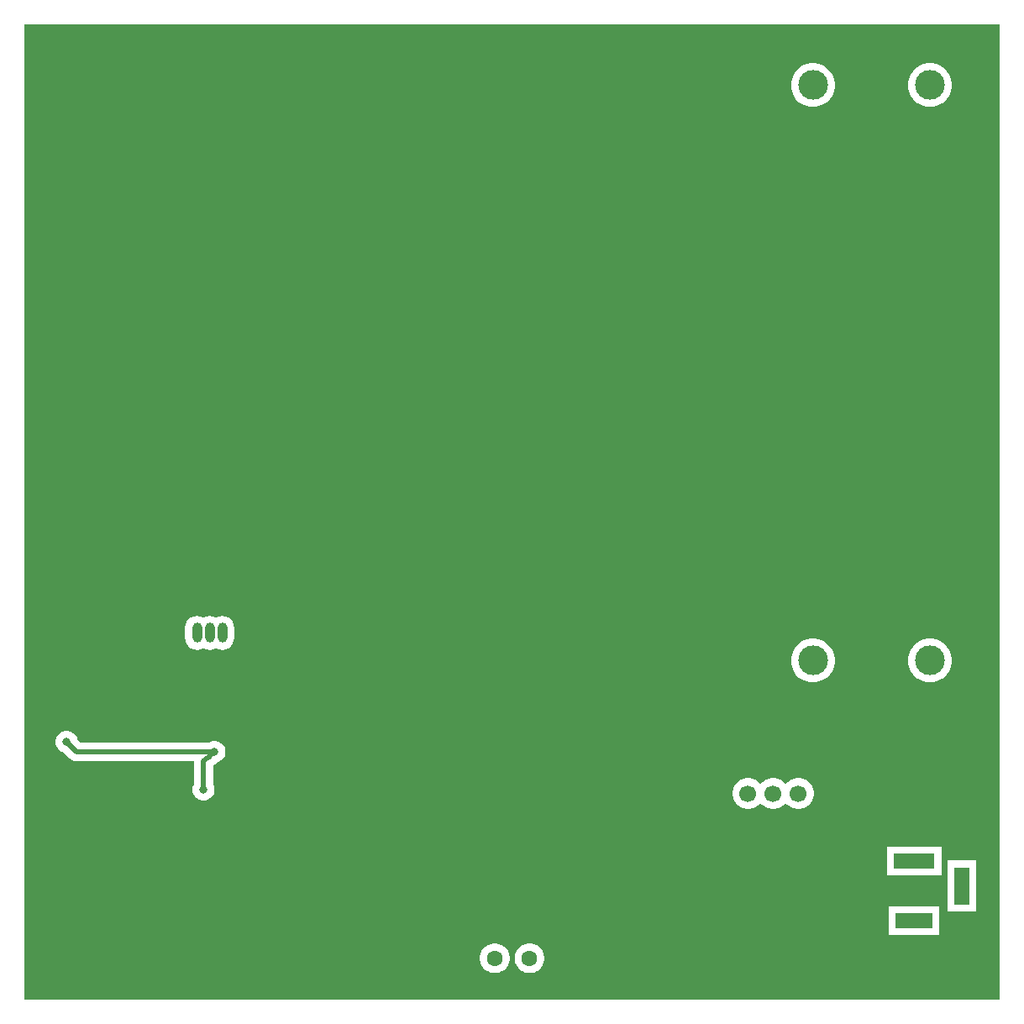
<source format=gbl>
G04*
G04 #@! TF.GenerationSoftware,Altium Limited,Altium Designer,23.1.1 (15)*
G04*
G04 Layer_Physical_Order=2*
G04 Layer_Color=16711680*
%FSLAX44Y44*%
%MOMM*%
G71*
G04*
G04 #@! TF.SameCoordinates,76B832DB-4935-4160-942D-398904476E74*
G04*
G04*
G04 #@! TF.FilePolarity,Positive*
G04*
G01*
G75*
%ADD49C,0.5000*%
%ADD51C,1.6000*%
%ADD52O,1.0000X2.0000*%
%ADD53O,1.0000X2.0000*%
%ADD54C,1.7000*%
%ADD55C,3.0000*%
%ADD56R,3.7000X1.5000*%
%ADD57R,1.5000X3.7000*%
%ADD58R,4.1000X1.5000*%
%ADD59C,0.8000*%
G36*
X991659Y8341D02*
X8341D01*
Y991659D01*
X991659D01*
Y8341D01*
D02*
G37*
%LPC*%
G36*
X923167Y952000D02*
X918833D01*
X914583Y951155D01*
X910579Y949496D01*
X906976Y947088D01*
X903912Y944024D01*
X901504Y940421D01*
X899845Y936417D01*
X899000Y932167D01*
Y927833D01*
X899845Y923583D01*
X901504Y919579D01*
X903912Y915976D01*
X906976Y912912D01*
X910579Y910504D01*
X914583Y908845D01*
X918833Y908000D01*
X923167D01*
X927417Y908845D01*
X931421Y910504D01*
X935024Y912912D01*
X938089Y915976D01*
X940496Y919579D01*
X942155Y923583D01*
X943000Y927833D01*
Y932167D01*
X942155Y936417D01*
X940496Y940421D01*
X938089Y944024D01*
X935024Y947088D01*
X931421Y949496D01*
X927417Y951155D01*
X923167Y952000D01*
D02*
G37*
G36*
X805167D02*
X800833D01*
X796583Y951155D01*
X792579Y949496D01*
X788976Y947088D01*
X785911Y944024D01*
X783504Y940421D01*
X781845Y936417D01*
X781000Y932167D01*
Y927833D01*
X781845Y923583D01*
X783504Y919579D01*
X785911Y915976D01*
X788976Y912912D01*
X792579Y910504D01*
X796583Y908845D01*
X800833Y908000D01*
X805167D01*
X809417Y908845D01*
X813421Y910504D01*
X817024Y912912D01*
X820089Y915976D01*
X822496Y919579D01*
X824155Y923583D01*
X825000Y927833D01*
Y932167D01*
X824155Y936417D01*
X822496Y940421D01*
X820089Y944024D01*
X817024Y947088D01*
X813421Y949496D01*
X809417Y951155D01*
X805167Y952000D01*
D02*
G37*
G36*
X195000Y395104D02*
X191867Y394691D01*
X188948Y393482D01*
X188650Y393253D01*
X188352Y393482D01*
X185433Y394691D01*
X182300Y395104D01*
X179167Y394691D01*
X176248Y393482D01*
X173741Y391558D01*
X171818Y389052D01*
X170609Y386133D01*
X170196Y383000D01*
Y373000D01*
X170609Y369867D01*
X171818Y366948D01*
X173741Y364441D01*
X176248Y362518D01*
X179167Y361309D01*
X182300Y360896D01*
X185433Y361309D01*
X188352Y362518D01*
X188650Y362747D01*
X188948Y362518D01*
X191867Y361309D01*
X195000Y360896D01*
X198133Y361309D01*
X201052Y362518D01*
X201350Y362747D01*
X201648Y362518D01*
X204567Y361309D01*
X207700Y360896D01*
X210833Y361309D01*
X213752Y362518D01*
X216259Y364441D01*
X218182Y366948D01*
X219391Y369867D01*
X219804Y373000D01*
Y383000D01*
X219391Y386133D01*
X218182Y389052D01*
X216259Y391558D01*
X213752Y393482D01*
X210833Y394691D01*
X207700Y395104D01*
X204567Y394691D01*
X201648Y393482D01*
X201350Y393253D01*
X201052Y393482D01*
X198133Y394691D01*
X195000Y395104D01*
D02*
G37*
G36*
X923167Y372000D02*
X918833D01*
X914583Y371155D01*
X910579Y369496D01*
X906976Y367089D01*
X903912Y364024D01*
X901504Y360421D01*
X899845Y356417D01*
X899000Y352167D01*
Y347833D01*
X899845Y343583D01*
X901504Y339579D01*
X903912Y335976D01*
X906976Y332911D01*
X910579Y330504D01*
X914583Y328845D01*
X918833Y328000D01*
X923167D01*
X927417Y328845D01*
X931421Y330504D01*
X935024Y332911D01*
X938089Y335976D01*
X940496Y339579D01*
X942155Y343583D01*
X943000Y347833D01*
Y352167D01*
X942155Y356417D01*
X940496Y360421D01*
X938089Y364024D01*
X935024Y367089D01*
X931421Y369496D01*
X927417Y371155D01*
X923167Y372000D01*
D02*
G37*
G36*
X805167D02*
X800833D01*
X796583Y371155D01*
X792579Y369496D01*
X788976Y367089D01*
X785911Y364024D01*
X783504Y360421D01*
X781845Y356417D01*
X781000Y352167D01*
Y347833D01*
X781845Y343583D01*
X783504Y339579D01*
X785911Y335976D01*
X788976Y332911D01*
X792579Y330504D01*
X796583Y328845D01*
X800833Y328000D01*
X805167D01*
X809417Y328845D01*
X813421Y330504D01*
X817024Y332911D01*
X820089Y335976D01*
X822496Y339579D01*
X824155Y343583D01*
X825000Y347833D01*
Y352167D01*
X824155Y356417D01*
X822496Y360421D01*
X820089Y364024D01*
X817024Y367089D01*
X813421Y369496D01*
X809417Y371155D01*
X805167Y372000D01*
D02*
G37*
G36*
X789927Y231500D02*
X786873D01*
X783879Y230904D01*
X781058Y229736D01*
X778519Y228040D01*
X777731Y227252D01*
X775700Y226217D01*
X773669Y227252D01*
X772881Y228040D01*
X770342Y229736D01*
X767521Y230904D01*
X764527Y231500D01*
X761473D01*
X758479Y230904D01*
X755658Y229736D01*
X753119Y228040D01*
X752331Y227252D01*
X750300Y226217D01*
X748269Y227252D01*
X747481Y228040D01*
X744942Y229736D01*
X742121Y230904D01*
X739127Y231500D01*
X736073D01*
X733079Y230904D01*
X730258Y229736D01*
X727719Y228040D01*
X725560Y225881D01*
X723864Y223342D01*
X722696Y220521D01*
X722100Y217527D01*
Y214473D01*
X722696Y211479D01*
X723864Y208658D01*
X725560Y206119D01*
X727719Y203960D01*
X730258Y202264D01*
X733079Y201096D01*
X736073Y200500D01*
X739127D01*
X742121Y201096D01*
X744942Y202264D01*
X747481Y203960D01*
X748269Y204748D01*
X750300Y205783D01*
X752331Y204748D01*
X753119Y203960D01*
X755658Y202264D01*
X758479Y201096D01*
X761473Y200500D01*
X764527D01*
X767521Y201096D01*
X770342Y202264D01*
X772881Y203960D01*
X773669Y204748D01*
X775700Y205783D01*
X777731Y204748D01*
X778519Y203960D01*
X781058Y202264D01*
X783879Y201096D01*
X786873Y200500D01*
X789927D01*
X792921Y201096D01*
X795742Y202264D01*
X798281Y203960D01*
X800440Y206119D01*
X802136Y208658D01*
X803304Y211479D01*
X803900Y214473D01*
Y217527D01*
X803304Y220521D01*
X802136Y223342D01*
X800440Y225881D01*
X798281Y228040D01*
X795742Y229736D01*
X792921Y230904D01*
X789927Y231500D01*
D02*
G37*
G36*
X52448Y279000D02*
X49552D01*
X46754Y278250D01*
X44246Y276802D01*
X42198Y274754D01*
X40750Y272246D01*
X40000Y269448D01*
Y266552D01*
X40750Y263754D01*
X42198Y261246D01*
X44246Y259198D01*
X46754Y257750D01*
X48045Y257404D01*
X54225Y251224D01*
X56209Y249702D01*
X58520Y248745D01*
X61000Y248418D01*
X179418D01*
Y225403D01*
X178750Y224246D01*
X178000Y221448D01*
Y218552D01*
X178750Y215754D01*
X180198Y213246D01*
X182246Y211198D01*
X184754Y209750D01*
X187552Y209000D01*
X190448D01*
X193246Y209750D01*
X195754Y211198D01*
X197802Y213246D01*
X199250Y215754D01*
X200000Y218552D01*
Y221448D01*
X199250Y224246D01*
X198582Y225403D01*
Y244228D01*
X200236Y245497D01*
X201846Y247106D01*
X204246Y247750D01*
X206754Y249198D01*
X208802Y251246D01*
X210250Y253754D01*
X211000Y256552D01*
Y259448D01*
X210250Y262246D01*
X208802Y264754D01*
X206754Y266802D01*
X204246Y268250D01*
X201448Y269000D01*
X198552D01*
X195754Y268250D01*
X194597Y267582D01*
X64969D01*
X61596Y270955D01*
X61250Y272246D01*
X59802Y274754D01*
X57754Y276802D01*
X55246Y278250D01*
X52448Y279000D01*
D02*
G37*
G36*
X932500Y162500D02*
X877500D01*
Y133500D01*
X932500D01*
Y162500D01*
D02*
G37*
G36*
X967500Y148500D02*
X938500D01*
Y97500D01*
X967500D01*
Y148500D01*
D02*
G37*
G36*
X930500Y102500D02*
X879500D01*
Y73500D01*
X930500D01*
Y102500D01*
D02*
G37*
G36*
X518977Y65000D02*
X516023D01*
X513125Y64423D01*
X510395Y63293D01*
X507938Y61651D01*
X505849Y59562D01*
X504207Y57105D01*
X503077Y54375D01*
X502500Y51477D01*
Y48523D01*
X503077Y45625D01*
X504207Y42895D01*
X505849Y40438D01*
X507938Y38349D01*
X510395Y36707D01*
X513125Y35577D01*
X516023Y35000D01*
X518977D01*
X521875Y35577D01*
X524605Y36707D01*
X527062Y38349D01*
X529151Y40438D01*
X530793Y42895D01*
X531923Y45625D01*
X532500Y48523D01*
Y51477D01*
X531923Y54375D01*
X530793Y57105D01*
X529151Y59562D01*
X527062Y61651D01*
X524605Y63293D01*
X521875Y64423D01*
X518977Y65000D01*
D02*
G37*
G36*
X483977D02*
X481023D01*
X478125Y64423D01*
X475395Y63293D01*
X472938Y61651D01*
X470849Y59562D01*
X469207Y57105D01*
X468076Y54375D01*
X467500Y51477D01*
Y48523D01*
X468076Y45625D01*
X469207Y42895D01*
X470849Y40438D01*
X472938Y38349D01*
X475395Y36707D01*
X478125Y35577D01*
X481023Y35000D01*
X483977D01*
X486875Y35577D01*
X489605Y36707D01*
X492062Y38349D01*
X494151Y40438D01*
X495793Y42895D01*
X496923Y45625D01*
X497500Y48523D01*
Y51477D01*
X496923Y54375D01*
X495793Y57105D01*
X494151Y59562D01*
X492062Y61651D01*
X489605Y63293D01*
X486875Y64423D01*
X483977Y65000D01*
D02*
G37*
%LPD*%
D49*
X199188Y258000D02*
X200000D01*
X61000D02*
X199188D01*
X51000Y268000D02*
X61000Y258000D01*
X193460Y252272D02*
X199188Y258000D01*
X189000Y248737D02*
X192535Y252272D01*
X193460D01*
X189000Y220000D02*
Y248737D01*
D51*
X482500Y50000D02*
D03*
X517500D02*
D03*
D52*
X207700Y378000D02*
D03*
D53*
X195000D02*
D03*
X182300D02*
D03*
D54*
X788400Y216000D02*
D03*
X763000D02*
D03*
X737600D02*
D03*
D55*
X803000Y350000D02*
D03*
Y930000D02*
D03*
X921000Y350000D02*
D03*
Y930000D02*
D03*
D56*
X905000Y88000D02*
D03*
D57*
X953000Y123000D02*
D03*
D58*
X905000Y148000D02*
D03*
D59*
X51000Y268000D02*
D03*
X200000Y258000D02*
D03*
X189000Y220000D02*
D03*
M02*

</source>
